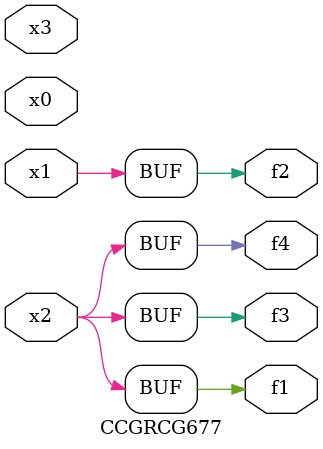
<source format=v>
module CCGRCG677(
	input x0, x1, x2, x3,
	output f1, f2, f3, f4
);
	assign f1 = x2;
	assign f2 = x1;
	assign f3 = x2;
	assign f4 = x2;
endmodule

</source>
